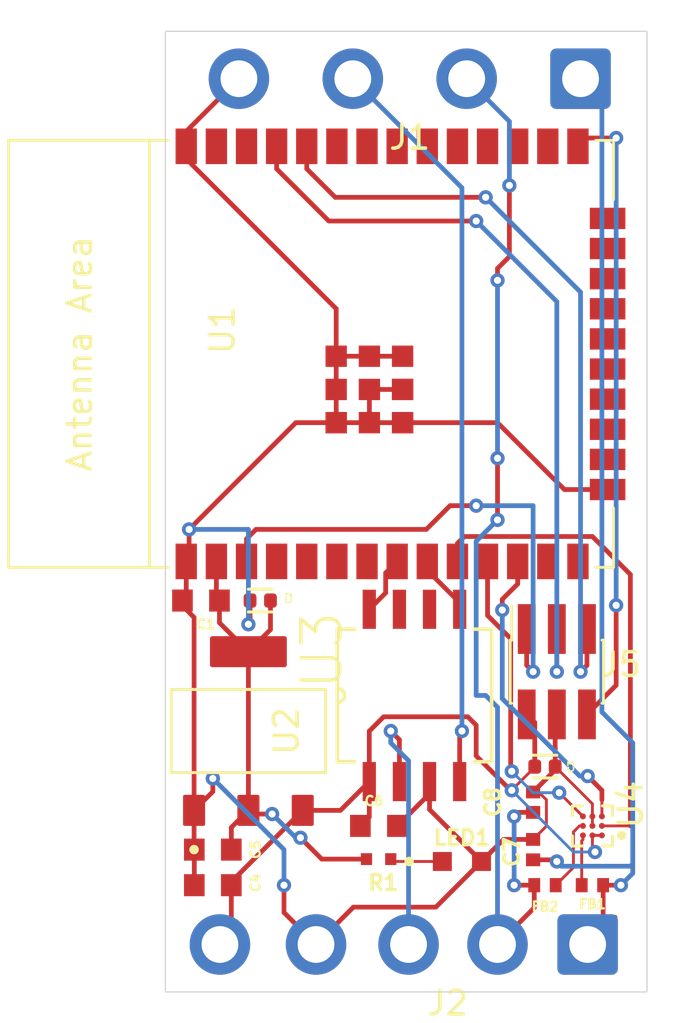
<source format=kicad_pcb>
(kicad_pcb (version 20240108) (generator "pcbnew") (generator_version "8.0")
  (layers (0 "F.Cu" signal) (31 "B.Cu" signal) (34 "B.Paste" user) (35 "F.Paste" user) (36 "B.SilkS" user "B.Silkscreen") (37 "F.SilkS" user "F.Silkscreen") (38 "B.Mask" user) (39 "F.Mask" user) (44 "Edge.Cuts" user))
  (net 0 "")
  (net 1 "GND")
  (net 2 "+3V3")
  (net 3 "+5V")
  (net 4 "/OUTP")
  (net 5 "/OUTN")
  (net 6 "Net-(U4-OUTP)")
  (net 7 "Net-(U4-OUTN)")
  (net 8 "/IO0")
  (net 9 "/EN")
  (net 10 "/RXD0")
  (net 11 "/TXD0")
  (net 12 "/OUTA")
  (net 13 "/OUTB")
  (net 14 "Net-(LED1-A)")
  (net 17 "/IO32")
  (net 31 "/IO26")
  (net 34 "/IO33")
  (net 40 "/IO25")
  (net 43 "/IO27")
  (footprint "10 uF capacitor:CAPC1608X90N" (layer "F.Cu") (at 136.5 112.5)
    (property "Reference" "C6" (at -0.21 -1.05 360) (layer "F.SilkS") (effects (font (size 0.393701 0.393701))))
    (property "Value" "10uF")
    (pad "1" smd rect (at -0.78 0) (size 0.87 0.93) (layers "F.Cu" "F.Paste" "F.Mask") (net 3 "+5V"))
    (pad "2" smd rect (at 0.78 0) (size 0.87 0.93) (layers "F.Cu" "F.Paste" "F.Mask") (net 1 "GND"))
  )
  (footprint "100 nF Capacitor:CAPC1005X55N" (layer "F.Cu") (at 143.5 110 180)
    (property "Reference" "C3" (at -1.1 0 90) (layer "F.SilkS") (effects (font (size 0.241854 0.241854))))
    (property "Value" "100nF")
    (fp_line (start 0.5 -0.48) (end -0.5 -0.48) (stroke (width 0.127)) (layer "F.SilkS"))
    (fp_line (start -0.5 0.48) (end 0.5 0.48) (stroke (width 0.127)) (layer "F.SilkS"))
    (pad "1" smd roundrect (at -0.43 0 180) (size 0.54 0.6) (layers "F.Cu" "F.Paste" "F.Mask") (roundrect_rratio 0.265) (net 1 "GND"))
    (pad "2" smd roundrect (at 0.43 0 180) (size 0.54 0.6) (layers "F.Cu" "F.Paste" "F.Mask") (roundrect_rratio 0.265) (net 3 "+5V"))
  )
  (footprint "10 uF capacitor:CAPC1608X90N" (layer "F.Cu") (at 129.5 113.5)
    (property "Reference" "C5" (at 1.8 0 90) (layer "F.SilkS") (effects (font (size 0.393701 0.393701) (thickness 0.098425))))
    (property "Value" "10uF")
    (pad "1" smd rect (at -0.78 0) (size 0.87 0.93) (layers "F.Cu" "F.Paste" "F.Mask") (net 1 "GND"))
    (pad "2" smd rect (at 0.78 0) (size 0.87 0.93) (layers "F.Cu" "F.Paste" "F.Mask") (net 2 "+3V3"))
  )
  (footprint "5-1-ohm-resistor:RES_ERJ2RKF5101X" (layer "F.Cu") (at 136.488 113.9 180)
    (property "Reference" "R1" (at -0.2 -1 0) (layer "F.SilkS") (effects (font (size 0.64 0.64))))
    (property "Value" "5.1kΩ")
    (pad "1" smd rect (at -0.512 0 180) (size 0.475 0.5) (layers "F.Cu" "F.Paste" "F.Mask") (net 14 "Net-(LED1-A)"))
    (pad "2" smd rect (at 0.512 0 180) (size 0.475 0.5) (layers "F.Cu" "F.Paste" "F.Mask") (net 2 "+3V3"))
  )
  (footprint "customlibrary:SolderWire-0.75sqmm_1x05_P4.8mm_D1.25mm_OD2.3mm" (layer "F.Cu") (at 149 117.5 180)
    (property "Reference" "J2" (at 9.6 -2.47 360) (layer "F.SilkS"))
    (property "Value" "Conn_01x05_Pin")
    (pad "1" thru_hole roundrect (at 3.7 0 180) (size 2.55 2.55) (drill 1.55) (layers "*.Cu" "*.Mask") (roundrect_rratio 0.098039) (net 4 "/OUTP"))
    (pad "2" thru_hole circle (at 7.5 0 180) (size 2.55 2.55) (drill 1.55) (layers "*.Cu" "*.Mask") (net 5 "/OUTN"))
    (pad "3" thru_hole circle (at 11.25 0 180) (size 2.55 2.55) (drill 1.55) (layers "*.Cu" "*.Mask") (net 13 "/OUTB"))
    (pad "4" thru_hole circle (at 15.15 0 180) (size 2.55 2.55) (drill 1.55) (layers "*.Cu" "*.Mask") (net 1 "GND"))
    (pad "5" thru_hole circle (at 19.2 0 180) (size 2.55 2.55) (drill 1.55) (layers "*.Cu" "*.Mask") (net 3 "+5V"))
  )
  (footprint "MAX98357AEWL_T:BGA9N40P3X3_134X143X69N" (layer "F.Cu") (at 145.5 112.5 180)
    (property "Reference" "U4" (at -1.6 0.9 90) (layer "F.SilkS"))
    (property "Value" "MAX98357AEWL_T")
    (fp_line (start 0.845 0.845) (end 0.845 0.4225) (stroke (width 0.127)) (layer "F.SilkS"))
    (fp_line (start 0.845 0.845) (end 0.4225 0.845) (stroke (width 0.127)) (layer "F.SilkS"))
    (fp_line (start 0.845 -0.845) (end 0.845 -0.4225) (stroke (width 0.127)) (layer "F.SilkS"))
    (fp_line (start 0.845 -0.845) (end 0.4225 -0.845) (stroke (width 0.127)) (layer "F.SilkS"))
    (fp_line (start -0.845 0.845) (end -0.4225 0.845) (stroke (width 0.127)) (layer "F.SilkS"))
    (fp_line (start -0.845 0.845) (end -0.845 0.4225) (stroke (width 0.127)) (layer "F.SilkS"))
    (fp_line (start -0.845 -0.845) (end -0.4225 -0.845) (stroke (width 0.127)) (layer "F.SilkS"))
    (fp_line (start -0.845 -0.845) (end -0.845 -0.4225) (stroke (width 0.127)) (layer "F.SilkS"))
    (fp_circle (center -1.231 -0.4) (end -1.131 -0.4) (stroke (width 0.2)) (fill none) (layer "F.SilkS"))
    (pad "A1" smd circle (at -0.4 -0.4 180) (size 0.25 0.25) (layers "F.Cu" "F.Paste" "F.Mask") (net 3 "+5V"))
    (pad "A2" smd circle (at 0 -0.4 180) (size 0.25 0.25) (layers "F.Cu" "F.Paste" "F.Mask") (net 3 "+5V"))
    (pad "A3" smd circle (at 0.4 -0.4 180) (size 0.25 0.25) (layers "F.Cu" "F.Paste" "F.Mask") (net 6 "Net-(U4-OUTP)"))
    (pad "B1" smd circle (at -0.4 0 180) (size 0.25 0.25) (layers "F.Cu" "F.Paste" "F.Mask") (net 40 "/IO25"))
    (pad "B2" smd circle (at 0 0 180) (size 0.25 0.25) (layers "F.Cu" "F.Paste" "F.Mask") (net 1 "GND"))
    (pad "B3" smd circle (at 0.4 0 180) (size 0.25 0.25) (layers "F.Cu" "F.Paste" "F.Mask") (net 7 "Net-(U4-OUTN)"))
    (pad "C1" smd circle (at -0.4 0.4 180) (size 0.25 0.25) (layers "F.Cu" "F.Paste" "F.Mask") (net 43 "/IO27"))
    (pad "C2" smd circle (at 0 0.4 180) (size 0.25 0.25) (layers "F.Cu" "F.Paste" "F.Mask") (net 1 "GND"))
    (pad "C3" smd circle (at 0.4 0.4 180) (size 0.25 0.25) (layers "F.Cu" "F.Paste" "F.Mask") (net 31 "/IO26"))
  )
  (footprint "AMS1117-3.3:SOT229P700X180-4N" (layer "F.Cu") (at 131 108.5 90)
    (property "Reference" "U2" (at 0 1.6 90) (layer "F.SilkS"))
    (property "Value" "AMS1117-3.3_C347222")
    (fp_line (start 1.7525 -3.2525) (end 1.7525 3.2525) (stroke (width 0.127)) (layer "F.SilkS"))
    (fp_line (start -1.7525 -3.2525) (end 1.7525 -3.2525) (stroke (width 0.127)) (layer "F.SilkS"))
    (fp_line (start 1.7525 3.2525) (end -1.7525 3.2525) (stroke (width 0.127)) (layer "F.SilkS"))
    (fp_line (start -1.7525 3.2525) (end -1.7525 -3.2525) (stroke (width 0.127)) (layer "F.SilkS"))
    (fp_circle (center -5 -2.29) (end -4.9 -2.29) (stroke (width 0.2)) (fill none) (layer "F.SilkS"))
    (pad "1" smd roundrect (at -3.345 -2.29 90) (size 1.31 0.93) (layers "F.Cu" "F.Paste" "F.Mask") (roundrect_rratio 0.075) (net 1 "GND"))
    (pad "2" smd roundrect (at -3.345 0 90) (size 1.31 0.93) (layers "F.Cu" "F.Paste" "F.Mask") (roundrect_rratio 0.075) (net 2 "+3V3"))
    (pad "3" smd roundrect (at -3.345 2.29 90) (size 1.31 0.93) (layers "F.Cu" "F.Paste" "F.Mask") (roundrect_rratio 0.075) (net 3 "+5V"))
    (pad "4" smd roundrect (at 3.345 0 90) (size 1.31 3.24) (layers "F.Cu" "F.Paste" "F.Mask") (roundrect_rratio 0.075) (net 2 "+3V3"))
  )
  (footprint "22uF capacitor:CAPC1608X90N" (layer "F.Cu") (at 129 103)
    (property "Reference" "C1" (at 0.2 1 0) (layer "F.SilkS") (effects (font (size 0.393701 0.393701))))
    (property "Value" "22uF")
    (pad "1" smd rect (at -0.78 0) (size 0.87 0.93) (layers "F.Cu" "F.Paste" "F.Mask") (net 1 "GND"))
    (pad "2" smd rect (at 0.78 0) (size 0.87 0.93) (layers "F.Cu" "F.Paste" "F.Mask") (net 2 "+3V3"))
  )
  (footprint "220pF capacitor:CAPC1005X55N" (layer "F.Cu") (at 143 111.5 90)
    (property "Reference" "C8" (at 0 -1.7 -90) (layer "F.SilkS") (effects (font (size 0.629921 0.629921))))
    (property "Value" "220pF")
    (pad "1" smd rect (at -0.43 0 90) (size 0.54 0.6) (layers "F.Cu" "F.Paste" "F.Mask") (net 5 "/OUTN"))
    (pad "2" smd rect (at 0.43 0 90) (size 0.54 0.6) (layers "F.Cu" "F.Paste" "F.Mask") (net 1 "GND"))
  )
  (footprint "ferrite:0402ferritebead" (layer "F.Cu") (at 143.5 115 180)
    (property "Reference" "FB2" (at 0 -0.9 180) (layer "F.SilkS") (effects (font (size 0.393701 0.393701))))
    (property "Value" "FerriteBead")
    (pad "1" smd rect (at -0.452 0 180) (size 0.5 0.6) (layers "F.Cu" "F.Paste" "F.Mask") (net 7 "Net-(U4-OUTN)"))
    (pad "2" smd rect (at 0.452 0 180) (size 0.5 0.6) (layers "F.Cu" "F.Paste" "F.Mask") (net 5 "/OUTN"))
  )
  (footprint "esp32:ESP32-WROOM-32E" (layer "F.Cu") (at 135.39 92.6 90)
    (property "Reference" "U1" (at 1 -5.49 90) (layer "F.SilkS"))
    (property "Value" "ESP32-WROOM-32E(8MB)")
    (fp_line (start 9 -14.5) (end 9 -7.75) (stroke (width 0.12)) (layer "F.SilkS"))
    (fp_line (start -9 -14.5) (end 9 -14.5) (stroke (width 0.12)) (layer "F.SilkS"))
    (fp_line (start -9 -14.5) (end -9 -7.75) (stroke (width 0.12)) (layer "F.SilkS"))
    (fp_line (start 9 -8.56) (end -9 -8.56) (stroke (width 0.12)) (layer "F.SilkS"))
    (fp_line (start 9 10.25) (end 9 11) (stroke (width 0.12)) (layer "F.SilkS"))
    (fp_line (start -9 10.25) (end -9 11) (stroke (width 0.12)) (layer "F.SilkS"))
    (fp_line (start 9 11) (end 8.25 11) (stroke (width 0.12)) (layer "F.SilkS"))
    (fp_line (start 8.25 11) (end 6.5 11) (stroke (width 0.12)) (layer "F.SilkS"))
    (fp_line (start -8.25 11) (end -6.5 11) (stroke (width 0.12)) (layer "F.SilkS"))
    (fp_line (start -9 11) (end -8.25 11) (stroke (width 0.12)) (layer "F.SilkS"))
    (fp_text user "Antenna Area" (at 0 -11.5 90) (layer "F.SilkS"))
    (pad "1" smd rect (at -8.75 -7.01 90) (size 1.5 0.9) (layers "F.Cu" "F.Paste" "F.Mask") (net 1 "GND"))
    (pad "2" smd rect (at -8.75 -5.74 90) (size 1.5 0.9) (layers "F.Cu" "F.Paste" "F.Mask") (net 2 "+3V3"))
    (pad "3" smd rect (at -8.75 -4.47 90) (size 1.5 0.9) (layers "F.Cu" "F.Paste" "F.Mask") (net 9 "/EN"))
    (pad "4" smd rect (at -8.75 -3.2 90) (size 1.5 0.9) (layers "F.Cu" "F.Paste" "F.Mask"))
    (pad "5" smd rect (at -8.75 -1.93 90) (size 1.5 0.9) (layers "F.Cu" "F.Paste" "F.Mask"))
    (pad "6" smd rect (at -8.75 -0.66 90) (size 1.5 0.9) (layers "F.Cu" "F.Paste" "F.Mask"))
    (pad "7" smd rect (at -8.75 0.61 90) (size 1.5 0.9) (layers "F.Cu" "F.Paste" "F.Mask"))
    (pad "8" smd rect (at -8.75 1.88 90) (size 1.5 0.9) (layers "F.Cu" "F.Paste" "F.Mask") (net 17 "/IO32"))
    (pad "9" smd rect (at -8.75 3.15 90) (size 1.5 0.9) (layers "F.Cu" "F.Paste" "F.Mask") (net 34 "/IO33"))
    (pad "10" smd rect (at -8.75 4.42 90) (size 1.5 0.9) (layers "F.Cu" "F.Paste" "F.Mask") (net 40 "/IO25"))
    (pad "11" smd rect (at -8.75 5.69 90) (size 1.5 0.9) (layers "F.Cu" "F.Paste" "F.Mask") (net 31 "/IO26"))
    (pad "12" smd rect (at -8.75 6.96 90) (size 1.5 0.9) (layers "F.Cu" "F.Paste" "F.Mask") (net 43 "/IO27"))
    (pad "13" smd rect (at -8.75 8.23 90) (size 1.5 0.9) (layers "F.Cu" "F.Paste" "F.Mask"))
    (pad "14" smd rect (at -8.75 9.5 90) (size 1.5 0.9) (layers "F.Cu" "F.Paste" "F.Mask"))
    (pad "15" smd rect (at -5.72 10.75 180) (size 1.5 0.9) (layers "F.Cu" "F.Paste" "F.Mask") (net 1 "GND"))
    (pad "16" smd rect (at -4.45 10.75 180) (size 1.5 0.9) (layers "F.Cu" "F.Paste" "F.Mask"))
    (pad "17" smd rect (at -3.18 10.75 180) (size 1.5 0.9) (layers "F.Cu" "F.Paste" "F.Mask"))
    (pad "18" smd rect (at -1.91 10.75 180) (size 1.5 0.9) (layers "F.Cu" "F.Paste" "F.Mask"))
    (pad "19" smd rect (at -0.64 10.75 180) (size 1.5 0.9) (layers "F.Cu" "F.Paste" "F.Mask"))
    (pad "20" smd rect (at 0.63 10.75 180) (size 1.5 0.9) (layers "F.Cu" "F.Paste" "F.Mask"))
    (pad "21" smd rect (at 1.9 10.75 180) (size 1.5 0.9) (layers "F.Cu" "F.Paste" "F.Mask"))
    (pad "22" smd rect (at 3.17 10.75 180) (size 1.5 0.9) (layers "F.Cu" "F.Paste" "F.Mask"))
    (pad "23" smd rect (at 4.44 10.75 180) (size 1.5 0.9) (layers "F.Cu" "F.Paste" "F.Mask"))
    (pad "24" smd rect (at 5.71 10.75 180) (size 1.5 0.9) (layers "F.Cu" "F.Paste" "F.Mask"))
    (pad "25" smd rect (at 8.75 9.5 270) (size 1.5 0.9) (layers "F.Cu" "F.Paste" "F.Mask") (net 8 "/IO0"))
    (pad "26" smd rect (at 8.75 8.23 270) (size 1.5 0.9) (layers "F.Cu" "F.Paste" "F.Mask"))
    (pad "27" smd rect (at 8.75 6.96 270) (size 1.5 0.9) (layers "F.Cu" "F.Paste" "F.Mask"))
    (pad "28" smd rect (at 8.75 5.69 270) (size 1.5 0.9) (layers "F.Cu" "F.Paste" "F.Mask"))
    (pad "29" smd rect (at 8.75 4.42 270) (size 1.5 0.9) (layers "F.Cu" "F.Paste" "F.Mask"))
    (pad "30" smd rect (at 8.75 3.15 270) (size 1.5 0.9) (layers "F.Cu" "F.Paste" "F.Mask"))
    (pad "31" smd rect (at 8.75 1.88 270) (size 1.5 0.9) (layers "F.Cu" "F.Paste" "F.Mask"))
    (pad "32" smd rect (at 8.75 0.61 270) (size 1.5 0.9) (layers "F.Cu" "F.Paste" "F.Mask"))
    (pad "33" smd rect (at 8.75 -0.66 270) (size 1.5 0.9) (layers "F.Cu" "F.Paste" "F.Mask"))
    (pad "34" smd rect (at 8.75 -1.93 270) (size 1.5 0.9) (layers "F.Cu" "F.Paste" "F.Mask") (net 10 "/RXD0"))
    (pad "35" smd rect (at 8.75 -3.2 270) (size 1.5 0.9) (layers "F.Cu" "F.Paste" "F.Mask") (net 11 "/TXD0"))
    (pad "36" smd rect (at 8.75 -4.47 270) (size 1.5 0.9) (layers "F.Cu" "F.Paste" "F.Mask"))
    (pad "37" smd rect (at 8.75 -5.74 270) (size 1.5 0.9) (layers "F.Cu" "F.Paste" "F.Mask"))
    (pad "38" smd rect (at 8.75 -7.01 270) (size 1.5 0.9) (layers "F.Cu" "F.Paste" "F.Mask") (net 1 "GND"))
    (pad "39" smd rect (at -2.9 -0.69 270) (size 0.9 0.9) (layers "F.Cu" "F.Paste" "F.Mask") (net 1 "GND"))
    (pad "39" smd rect (at -2.9 -0.69 270) (size 0.9 0.9) (layers "F.Cu" "F.Paste" "F.Mask") (net 1 "GND"))
    (pad "39" smd rect (at -2.9 0.71 270) (size 0.9 0.9) (layers "F.Cu" "F.Paste" "F.Mask") (net 1 "GND"))
    (pad "39" smd rect (at -2.9 2.11 270) (size 0.9 0.9) (layers "F.Cu" "F.Paste" "F.Mask") (net 1 "GND"))
    (pad "39" smd rect (at -2.9 2.11 270) (size 0.9 0.9) (layers "F.Cu" "F.Paste" "F.Mask") (net 1 "GND"))
    (pad "39" smd rect (at -1.5 -0.69 270) (size 0.9 0.9) (layers "F.Cu" "F.Paste" "F.Mask") (net 1 "GND"))
    (pad "39" smd rect (at -1.5 0.71 270) (size 0.9 0.9) (layers "F.Cu" "F.Paste" "F.Mask") (net 1 "GND"))
    (pad "39" smd rect (at -1.5 2.11 270) (size 0.9 0.9) (layers "F.Cu" "F.Paste" "F.Mask") (net 1 "GND"))
    (pad "39" smd rect (at -1.5 2.11 270) (size 0.9 0.9) (layers "F.Cu" "F.Paste" "F.Mask") (net 1 "GND"))
    (pad "39" smd rect (at -0.1 -0.69 270) (size 0.9 0.9) (layers "F.Cu" "F.Paste" "F.Mask") (net 1 "GND"))
    (pad "39" smd rect (at -0.1 0.71 270) (size 0.9 0.9) (layers "F.Cu" "F.Paste" "F.Mask") (net 1 "GND"))
    (pad "39" smd rect (at -0.1 2.11 270) (size 0.9 0.9) (layers "F.Cu" "F.Paste" "F.Mask") (net 1 "GND"))
  )
  (footprint "Connector_PinSocket_1.27mm:PinSocket_2x03_P1.27mm_Vertical_SMD" (layer "F.Cu") (at 144 106 90)
    (property "Reference" "J5" (at 0.3 2.7 180) (layer "F.SilkS"))
    (property "Value" "Conn_02x03_Odd_Even")
    (fp_line (start 1.33 -1.965) (end 1.33 -1.905) (stroke (width 0.12)) (layer "F.SilkS"))
    (fp_line (start -1.33 -1.965) (end 1.33 -1.965) (stroke (width 0.12)) (layer "F.SilkS"))
    (fp_line (start -1.33 -1.965) (end -1.33 -1.905) (stroke (width 0.12)) (layer "F.SilkS"))
    (fp_line (start 1.33 -1.905) (end 2.79 -1.905) (stroke (width 0.12)) (layer "F.SilkS"))
    (fp_line (start 1.33 1.905) (end 1.33 1.965) (stroke (width 0.12)) (layer "F.SilkS"))
    (fp_line (start -1.33 1.905) (end -1.33 1.965) (stroke (width 0.12)) (layer "F.SilkS"))
    (fp_line (start -1.33 1.965) (end 1.33 1.965) (stroke (width 0.12)) (layer "F.SilkS"))
    (pad "1" smd rect (at 1.8 -1.27 90) (size 2.1 0.75) (layers "F.Cu" "F.Paste" "F.Mask") (net 9 "/EN"))
    (pad "2" smd rect (at -1.8 -1.27 90) (size 2.1 0.75) (layers "F.Cu" "F.Paste" "F.Mask") (net 3 "+5V"))
    (pad "3" smd rect (at 1.8 0 90) (size 2.1 0.75) (layers "F.Cu" "F.Paste" "F.Mask") (net 11 "/TXD0"))
    (pad "4" smd rect (at -1.8 0 90) (size 2.1 0.75) (layers "F.Cu" "F.Paste" "F.Mask") (net 1 "GND"))
    (pad "5" smd rect (at 1.8 1.27 90) (size 2.1 0.75) (layers "F.Cu" "F.Paste" "F.Mask") (net 10 "/RXD0"))
    (pad "6" smd rect (at -1.8 1.27 90) (size 2.1 0.75) (layers "F.Cu" "F.Paste" "F.Mask") (net 8 "/IO0"))
  )
  (footprint "100 nF Capacitor:CAPC1005X55N" (layer "F.Cu") (at 131.5 103)
    (property "Reference" "C2" (at 1.2 -0.1 90) (layer "F.SilkS") (effects (font (size 0.241854 0.241854))))
    (property "Value" "100nF")
    (fp_line (start -0.5 0.48) (end 0.5 0.48) (stroke (width 0.127)) (layer "F.SilkS"))
    (fp_line (start 0.5 -0.48) (end -0.5 -0.48) (stroke (width 0.127)) (layer "F.SilkS"))
    (pad "1" smd roundrect (at -0.43 0) (size 0.54 0.6) (layers "F.Cu" "F.Paste" "F.Mask") (roundrect_rratio 0.265) (net 1 "GND"))
    (pad "2" smd roundrect (at 0.43 0) (size 0.54 0.6) (layers "F.Cu" "F.Paste" "F.Mask") (roundrect_rratio 0.265) (net 2 "+3V3"))
  )
  (footprint "Connector_Wire:SolderWire-0.75sqmm_1x04_P4.8mm_D1.25mm_OD2.3mm" (layer "F.Cu") (at 145 81 180)
    (property "Reference" "J1" (at 7.2 -2.47 360) (layer "F.SilkS"))
    (property "Value" "Conn_01x04_Pin")
    (pad "1" thru_hole roundrect (at 0 0 180) (size 2.55 2.55) (drill 1.55) (layers "*.Cu" "*.Mask") (roundrect_rratio 0.098039) (net 4 "/OUTP"))
    (pad "2" thru_hole circle (at 4.8 0 180) (size 2.55 2.55) (drill 1.55) (layers "*.Cu" "*.Mask") (net 5 "/OUTN"))
    (pad "3" thru_hole circle (at 9.6 0 180) (size 2.55 2.55) (drill 1.55) (layers "*.Cu" "*.Mask") (net 12 "/OUTA"))
    (pad "4" thru_hole circle (at 14.4 0 180) (size 2.55 2.55) (drill 1.55) (layers "*.Cu" "*.Mask") (net 1 "GND"))
  )
  (footprint "220pF capacitor:CAPC1005X55N" (layer "F.Cu") (at 143 113.5 90)
    (property "Reference" "C7" (at -0.1 -0.9 90) (layer "F.SilkS") (effects (font (size 0.629921 0.629921))))
    (property "Value" "220pF")
    (pad "1" smd rect (at -0.43 0 90) (size 0.54 0.6) (layers "F.Cu" "F.Paste" "F.Mask") (net 4 "/OUTP"))
    (pad "2" smd rect (at 0.43 0 90) (size 0.54 0.6) (layers "F.Cu" "F.Paste" "F.Mask") (net 1 "GND"))
  )
  (footprint "KP-1608SURCK:LED_KP-1608SURCK" (layer "F.Cu") (at 140 114)
    (property "Reference" "LED1" (at 0 -1 0) (layer "F.SilkS") (effects (font (size 0.64 0.64))))
    (property "Value" "0805G (Green)")
    (fp_circle (center -2.225 0) (end -2.125 0) (stroke (width 0.2)) (fill none) (layer "F.SilkS"))
    (pad "1" smd rect (at 0.825 0) (size 0.8 0.8) (layers "F.Cu" "F.Paste" "F.Mask") (net 1 "GND"))
    (pad "2" smd rect (at -0.825 0) (size 0.8 0.8) (layers "F.Cu" "F.Paste" "F.Mask") (net 14 "Net-(LED1-A)"))
  )
  (footprint "10 uF capacitor:CAPC1608X90N" (layer "F.Cu") (at 129.5 115)
    (property "Reference" "C4" (at 1.8 -0.1 90) (layer "F.SilkS") (effects (font (size 0.393701 0.393701))))
    (property "Value" "10uF")
    (pad "1" smd rect (at -0.78 0) (size 0.87 0.93) (layers "F.Cu" "F.Paste" "F.Mask") (net 1 "GND"))
    (pad "2" smd rect (at 0.78 0) (size 0.87 0.93) (layers "F.Cu" "F.Paste" "F.Mask") (net 3 "+5V"))
  )
  (footprint "ferrite:0402ferritebead" (layer "F.Cu") (at 145.5 115)
    (property "Reference" "FB1" (at 0 0.8 0) (layer "F.SilkS") (effects (font (size 0.393701 0.393701))))
    (property "Value" "FerriteBead")
    (pad "1" smd rect (at -0.452 0) (size 0.5 0.6) (layers "F.Cu" "F.Paste" "F.Mask") (net 6 "Net-(U4-OUTP)"))
    (pad "2" smd rect (at 0.452 0) (size 0.5 0.6) (layers "F.Cu" "F.Paste" "F.Mask") (net 4 "/OUTP"))
  )
  (footprint "motor_driver:SOP127P780X200-8N" (layer "F.Cu") (at 138 107 90)
    (property "Reference" "U3" (at 1.9 -3.9 -90) (layer "F.SilkS") (effects (font (size 1.641504 1.641504))))
    (property "Value" "GR6205-SOP-8")
    (fp_line (start 2.794 -3.2512) (end 0.3048 -3.2512) (stroke (width 0.1524)) (layer "F.SilkS"))
    (fp_line (start 0.3048 -3.2512) (end -0.3048 -3.2512) (stroke (width 0.1524)) (layer "F.SilkS"))
    (fp_line (start -0.3048 -3.2512) (end -2.794 -3.2512) (stroke (width 0.1524)) (layer "F.SilkS"))
    (fp_line (start -2.794 -3.2512) (end -2.794 -2.5146) (stroke (width 0.1524)) (layer "F.SilkS"))
    (fp_line (start 2.794 -2.5146) (end 2.794 -3.2512) (stroke (width 0.1524)) (layer "F.SilkS"))
    (fp_line (start -2.794 2.5146) (end -2.794 3.2512) (stroke (width 0.1524)) (layer "F.SilkS"))
    (fp_line (start 2.794 3.2512) (end 2.794 2.5146) (stroke (width 0.1524)) (layer "F.SilkS"))
    (fp_line (start -2.794 3.2512) (end 2.794 3.2512) (stroke (width 0.1524)) (layer "F.SilkS"))
    (fp_arc (start 0.3048 -3.2512) (mid 0 -2.9464) (end -0.3048 -3.2512) (stroke (width 0.1524)) (layer "F.SilkS"))
    (pad "1" smd rect (at -3.6322 -1.905 90) (size 1.651 0.5588) (layers "F.Cu" "F.Paste" "F.Mask") (net 3 "+5V"))
    (pad "2" smd rect (at -3.6322 -0.635 90) (size 1.651 0.5588) (layers "F.Cu" "F.Paste" "F.Mask") (net 13 "/OUTB"))
    (pad "3" smd rect (at -3.6322 0.635 90) (size 1.651 0.5588) (layers "F.Cu" "F.Paste" "F.Mask") (net 1 "GND"))
    (pad "4" smd rect (at -3.6322 1.905 90) (size 1.651 0.5588) (layers "F.Cu" "F.Paste" "F.Mask") (net 12 "/OUTA"))
    (pad "5" smd rect (at 3.6322 1.905 90) (size 1.651 0.5588) (layers "F.Cu" "F.Paste" "F.Mask") (net 34 "/IO33"))
    (pad "6" smd rect (at 3.6322 0.635 90) (size 1.651 0.5588) (layers "F.Cu" "F.Paste" "F.Mask"))
    (pad "7" smd rect (at 3.6322 -0.635 90) (size 1.651 0.5588) (layers "F.Cu" "F.Paste" "F.Mask"))
    (pad "8" smd rect (at 3.6322 -1.905 90) (size 1.651 0.5588) (layers "F.Cu" "F.Paste" "F.Mask") (net 17 "/IO32"))
  )
  (gr_rect (start 127.5 79) (end 147.8 119.5) (stroke (width 0.05)) (fill none) (layer "Edge.Cuts"))
  (segment (start 137.5 95.5) (end 136.1 95.5) (width 0.2) (layer "F.Cu") (net 1))
  (segment (start 133.85 117.5) (end 132.5 116.15) (width 0.2) (layer "F.Cu") (net 1))
  (segment (start 134.7 90.7) (end 134.7 92.7) (width 0.2) (layer "F.Cu") (net 1))
  (segment (start 143.23 111.07) (end 143.56 111.4) (width 0.12) (layer "F.Cu") (net 1))
  (segment (start 136.1 94.1) (end 136.1 95.5) (width 0.2) (layer "F.Cu") (net 1))
  (segment (start 141.755 113.07) (end 140.825 114) (width 0.2) (layer "F.Cu") (net 1))
  (segment (start 131.07 103) (end 131.07 103.93) (width 0.2) (layer "F.Cu") (net 1))
  (segment (start 129.5 110.5) (end 129.5 111.055) (width 0.2) (layer "F.Cu") (net 1))
  (segment (start 138.9 115.925) (end 140.825 114) (width 0.2) (layer "F.Cu") (net 1))
  (segment (start 134.7 92.7) (end 134.7 94.1) (width 0.2) (layer "F.Cu") (net 1))
  (segment (start 138.635 111.81) (end 138.635 110.6322) (width 0.2) (layer "F.Cu") (net 1))
  (segment (start 143.93 107.87) (end 144 107.8) (width 0.2) (layer "F.Cu") (net 1))
  (segment (start 128.38 83.22) (end 128.38 83.85) (width 0.2) (layer "F.Cu") (net 1))
  (segment (start 137.5 92.7) (end 136.1 92.7) (width 0.2) (layer "F.Cu") (net 1))
  (segment (start 134.7 95.5) (end 136.1 95.5) (width 0.2) (layer "F.Cu") (net 1))
  (segment (start 128.38 102.84) (end 128.22 103) (width 0.2) (layer "F.Cu") (net 1))
  (segment (start 131.07 103.93) (end 131 104) (width 0.2) (layer "F.Cu") (net 1))
  (segment (start 143.56 112.51) (end 143 113.07) (width 0.12) (layer "F.Cu") (net 1))
  (segment (start 128.38 101.35) (end 128.38 102.84) (width 0.2) (layer "F.Cu") (net 1))
  (segment (start 136.1 94.1) (end 137.5 94.1) (width 0.2) (layer "F.Cu") (net 1))
  (segment (start 128.71 111.845) (end 128.71 113.49) (width 0.2) (layer "F.Cu") (net 1))
  (segment (start 143.56 111.4) (end 143.56 112.51) (width 0.12) (layer "F.Cu") (net 1))
  (segment (start 134.7 94.1) (end 134.7 95.5) (width 0.2) (layer "F.Cu") (net 1))
  (segment (start 137.28 112.5) (end 138.635 111.145) (width 0.2) (layer "F.Cu") (net 1))
  (segment (start 141.5 95.5) (end 144.32 98.32) (width 0.2) (layer "F.Cu") (net 1))
  (segment (start 129.5 111.055) (end 128.71 111.845) (width 0.2) (layer "F.Cu") (net 1))
  (segment (start 143.93 110.14) (end 143.93 110) (width 0.2) (layer "F.Cu") (net 1))
  (segment (start 128.22 103.22) (end 128.71 103.71) (width 0.2) (layer "F.Cu") (net 1))
  (segment (start 132.5 116.15) (end 132.5 115) (width 0.2) (layer "F.Cu") (net 1))
  (segment (start 128.71 113.49) (end 128.72 113.5) (width 0.2) (layer "F.Cu") (net 1))
  (segment (start 145.5 112.1) (end 145.5 111.57) (width 0.12) (layer "F.Cu") (net 1))
  (segment (start 128.72 113.5) (end 128.72 115) (width 0.2) (layer "F.Cu") (net 1))
  (segment (start 128.38 84.38) (end 134.7 90.7) (width 0.2) (layer "F.Cu") (net 1))
  (segment (start 141.5 95.5) (end 137.5 95.5) (width 0.2) (layer "F.Cu") (net 1))
  (segment (start 138.635 111.145) (end 138.635 110.6322) (width 0.2) (layer "F.Cu") (net 1))
  (segment (start 144.32 98.32) (end 146.14 98.32) (width 0.2) (layer "F.Cu") (net 1))
  (segment (start 128.5 101.23) (end 128.38 101.35) (width 0.2) (layer "F.Cu") (net 1))
  (segment (start 143 111.07) (end 143.93 110.14) (width 0.2) (layer "F.Cu") (net 1))
  (segment (start 133 95.5) (end 128.5 100) (width 0.2) (layer "F.Cu") (net 1))
  (segment (start 128.22 103) (end 128.22 103.22) (width 0.2) (layer "F.Cu") (net 1))
  (segment (start 133.85 117.5) (end 135.425 115.925) (width 0.2) (layer "F.Cu") (net 1))
  (segment (start 134.7 95.5) (end 133 95.5) (width 0.2) (layer "F.Cu") (net 1))
  (segment (start 145.5 112.1) (end 145.5 112.5) (width 0.12) (layer "F.Cu") (net 1))
  (segment (start 130.6 81) (end 128.38 83.22) (width 0.2) (layer "F.Cu") (net 1))
  (segment (start 143.93 110) (end 143.93 107.87) (width 0.2) (layer "F.Cu") (net 1))
  (segment (start 128.38 83.85) (end 128.38 84.38) (width 0.2) (layer "F.Cu") (net 1))
  (segment (start 135.425 115.925) (end 138.9 115.925) (width 0.2) (layer "F.Cu") (net 1))
  (segment (start 134.7 92.7) (end 136.1 92.7) (width 0.2) (layer "F.Cu") (net 1))
  (segment (start 143 113.07) (end 141.755 113.07) (width 0.2) (layer "F.Cu") (net 1))
  (segment (start 128.71 103.71) (end 128.71 111.845) (width 0.2) (layer "F.Cu") (net 1))
  (segment (start 128.5 100) (end 128.5 101.23) (width 0.2) (layer "F.Cu") (net 1))
  (segment (start 143 111.07) (end 143.23 111.07) (width 0.12) (layer "F.Cu") (net 1))
  (segment (start 140.825 114) (end 138.635 111.81) (width 0.2) (layer "F.Cu") (net 1))
  (segment (start 145.5 111.57) (end 143.93 110) (width 0.12) (layer "F.Cu") (net 1))
  (via (at 131 104) (size 0.6) (drill 0.3) (layers "F.Cu" "B.Cu") (net 1))
  (via (at 128.5 100) (size 0.6) (drill 0.3) (layers "F.Cu" "B.Cu") (net 1))
  (via (at 129.5 110.5) (size 0.6) (drill 0.3) (layers "F.Cu" "B.Cu") (net 1))
  (via (at 132.5 115) (size 0.6) (drill 0.3) (layers "F.Cu" "B.Cu") (net 1))
  (segment (start 132.5 115) (end 132.5 113.5) (width 0.2) (layer "B.Cu") (net 1))
  (segment (start 132.5 113.5) (end 129.5 110.5) (width 0.2) (layer "B.Cu") (net 1))
  (segment (start 131 100) (end 128.5 100) (width 0.2) (layer "B.Cu") (net 1))
  (segment (start 131 104) (end 131 100) (width 0.2) (layer "B.Cu") (net 1))
  (segment (start 129.78 103.935) (end 131 105.155) (width 0.2) (layer "F.Cu") (net 2))
  (segment (start 132 112) (end 131.155 112) (width 0.2) (layer "F.Cu") (net 2))
  (segment (start 129.65 102.87) (end 129.78 103) (width 0.2) (layer "F.Cu") (net 2))
  (segment (start 131 105.155) (end 131.93 104.225) (width 0.2) (layer "F.Cu") (net 2))
  (segment (start 130.28 113.5) (end 130.28 112.565) (width 0.2) (layer "F.Cu") (net 2))
  (segment (start 129.78 103) (end 129.78 103.935) (width 0.2) (layer "F.Cu") (net 2))
  (segment (start 131 111.845) (end 131 105.155) (width 0.2) (layer "F.Cu") (net 2))
  (segment (start 130.28 112.565) (end 131 111.845) (width 0.2) (layer "F.Cu") (net 2))
  (segment (start 135.976 113.9) (end 134.092821 113.9) (width 0.2) (layer "F.Cu") (net 2))
  (segment (start 129.65 101.35) (end 129.65 102.87) (width 0.2) (layer "F.Cu") (net 2))
  (segment (start 134.092821 113.9) (end 133.192821 113) (width 0.2) (layer "F.Cu") (net 2))
  (segment (start 131.93 104.225) (end 131.93 103) (width 0.2) (layer "F.Cu") (net 2))
  (segment (start 131.155 112) (end 131 111.845) (width 0.2) (layer "F.Cu") (net 2))
  (via (at 133.192821 113) (size 0.6) (drill 0.3) (layers "F.Cu" "B.Cu") (net 2))
  (via (at 132 112) (size 0.6) (drill 0.3) (layers "F.Cu" "B.Cu") (net 2))
  (segment (start 133 113) (end 132 112) (width 0.2) (layer "B.Cu") (net 2))
  (segment (start 133.192821 113) (end 133 113) (width 0.2) (layer "B.Cu") (net 2))
  (segment (start 142.099999 111.000002) (end 142.051473 111.000002) (width 0.2) (layer "F.Cu") (net 3))
  (segment (start 136.095 112.125) (end 135.72 112.5) (width 0.2) (layer "F.Cu") (net 3))
  (segment (start 140.248529 107.9) (end 136.7 107.9) (width 0.2) (layer "F.Cu") (net 3))
  (segment (start 130.28 114.855) (end 133.29 111.845) (width 0.2) (layer "F.Cu") (net 3))
  (segment (start 140.6 108.251471) (end 140.248529 107.9) (width 0.2) (layer "F.Cu") (net 3))
  (segment (start 142.19196 110.9) (end 143.07 110.02196) (width 0.12) (layer "F.Cu") (net 3))
  (segment (start 145.9 112.9) (end 145.5 112.9) (width 0.12) (layer "F.Cu") (net 3))
  (segment (start 136.7 107.9) (end 136.095 108.505) (width 0.2) (layer "F.Cu") (net 3))
  (segment (start 134.8822 111.845) (end 136.095 110.6322) (width 0.2) (layer "F.Cu") (net 3))
  (segment (start 142.1 111.000001) (end 142.1 110.9) (width 0.2) (layer "F.Cu") (net 3))
  (segment (start 136.095 110.6322) (end 136.095 112.125) (width 0.2) (layer "F.Cu") (net 3))
  (segment (start 143.07 110) (end 143.07 108.14) (width 0.2) (layer "F.Cu") (net 3))
  (segment (start 136.095 108.505) (end 136.095 110.6322) (width 0.2) (layer "F.Cu") (net 3))
  (segment (start 142.1 110.9) (end 142.19196 110.9) (width 0.12) (layer "F.Cu") (net 3))
  (segment (start 145.5 112.9) (end 145.5 113.492) (width 0.12) (layer "F.Cu") (net 3))
  (segment (start 142.051473 111.000002) (end 140.6 109.548529) (width 0.2) (layer "F.Cu") (net 3))
  (segment (start 133.29 111.845) (end 134.8822 111.845) (width 0.2) (layer "F.Cu") (net 3))
  (segment (start 143.07 108.14) (end 142.73 107.8) (width 0.2) (layer "F.Cu") (net 3))
  (segment (start 145.5 113.492) (end 145.608 113.6) (width 0.12) (layer "F.Cu") (net 3))
  (segment (start 130.28 117.02) (end 129.8 117.5) (width 0.2) (layer "F.Cu") (net 3))
  (segment (start 140.6 109.548529) (end 140.6 108.251471) (width 0.2) (layer "F.Cu") (net 3))
  (segment (start 143.07 110.02196) (end 143.07 110) (width 0.12) (layer "F.Cu") (net 3))
  (segment (start 130.28 115) (end 130.28 117.02) (width 0.2) (layer "F.Cu") (net 3))
  (segment (start 142.099999 111.000002) (end 142.1 111.000001) (width 0.2) (layer "F.Cu") (net 3))
  (segment (start 130.28 115) (end 130.28 114.855) (width 0.2) (layer "F.Cu") (net 3))
  (via (at 145.608 113.6) (size 0.6) (drill 0.3) (layers "F.Cu" "B.Cu") (net 3))
  (via (at 142.099999 111.000002) (size 0.6) (drill 0.3) (layers "F.Cu" "B.Cu") (net 3))
  (segment (start 144.699997 113.6) (end 145.608 113.6) (width 0.12) (layer "B.Cu") (net 3))
  (segment (start 142.099999 111.000002) (end 144.699997 113.6) (width 0.12) (layer "B.Cu") (net 3))
  (segment (start 143.93 113.93) (end 144 114) (width 0.2) (layer "F.Cu") (net 4))
  (segment (start 145.952 115) (end 146.7 115) (width 0.2) (layer "F.Cu") (net 4))
  (segment (start 145.3 117.5) (end 146.452 116.348) (width 0.2) (layer "F.Cu") (net 4))
  (segment (start 145.3 117.5) (end 145.952 116.848) (width 0.2) (layer "F.Cu") (net 4))
  (segment (start 143 113.93) (end 143.93 113.93) (width 0.2) (layer "F.Cu") (net 4))
  (segment (start 145.952 116.848) (end 145.952 115) (width 0.2) (layer "F.Cu") (net 4))
  (via (at 144 114) (size 0.6) (drill 0.3) (layers "F.Cu" "B.Cu") (net 4))
  (via (at 146.7 115) (size 0.6) (drill 0.3) (layers "F.Cu" "B.Cu") (net 4))
  (segment (start 147.1 114.2) (end 147.2 114.1) (width 0.2) (layer "B.Cu") (net 4))
  (segment (start 145.9 107.7) (end 145.9 81.9) (width 0.2) (layer "B.Cu") (net 4))
  (segment (start 144.2 114.2) (end 147.1 114.2) (width 0.2) (layer "B.Cu") (net 4))
  (segment (start 147.2 114.5) (end 147.2 114.1) (width 0.2) (layer "B.Cu") (net 4))
  (segment (start 144 114) (end 144.2 114.2) (width 0.2) (layer "B.Cu") (net 4))
  (segment (start 147.2 109) (end 145.9 107.7) (width 0.2) (layer "B.Cu") (net 4))
  (segment (start 146.7 115) (end 147.2 114.5) (width 0.2) (layer "B.Cu") (net 4))
  (segment (start 145.9 81.9) (end 145 81) (width 0.2) (layer "B.Cu") (net 4))
  (segment (start 147.2 114.1) (end 147.2 109) (width 0.2) (layer "B.Cu") (net 4))
  (segment (start 143 111.93) (end 142.37 111.93) (width 0.2) (layer "F.Cu") (net 5))
  (segment (start 142.37 111.93) (end 142.2 112.1) (width 0.2) (layer "F.Cu") (net 5))
  (segment (start 141.5 89.5) (end 141.5 89) (width 0.2) (layer "F.Cu") (net 5))
  (segment (start 141.5 117.5) (end 143.048 115.952) (width 0.2) (layer "F.Cu") (net 5))
  (segment (start 142 88.5) (end 142 85.5) (width 0.2) (layer "F.Cu") (net 5))
  (segment (start 143.048 115.952) (end 143.048 115) (width 0.2) (layer "F.Cu") (net 5))
  (segment (start 142.2 115) (end 143.048 115) (width 0.2) (layer "F.Cu") (net 5))
  (segment (start 141.5 99.6) (end 141.5 97) (width 0.2) (layer "F.Cu") (net 5))
  (segment (start 141.5 89) (end 142 88.5) (width 0.2) (layer "F.Cu") (net 5))
  (via (at 142 85.5) (size 0.6) (drill 0.3) (layers "F.Cu" "B.Cu") (net 5))
  (via (at 142.2 112.1) (size 0.6) (drill 0.3) (layers "F.Cu" "B.Cu") (net 5))
  (via (at 142.2 115) (size 0.6) (drill 0.3) (layers "F.Cu" "B.Cu") (net 5))
  (via (at 141.5 97) (size 0.6) (drill 0.3) (layers "F.Cu" "B.Cu") (net 5))
  (via (at 141.5 99.6) (size 0.6) (drill 0.3) (layers "F.Cu" "B.Cu") (net 5))
  (via (at 141.5 89.5) (size 0.6) (drill 0.3) (layers "F.Cu" "B.Cu") (net 5))
  (segment (start 140.6 100.5) (end 141.5 99.6) (width 0.2) (layer "B.Cu") (net 5))
  (segment (start 140.6 107) (end 140.6 100.5) (width 0.2) (layer "B.Cu") (net 5))
  (segment (start 141 107) (end 141.5 107.5) (width 0.2) (layer "B.Cu") (net 5))
  (segment (start 141.5 107.5) (end 141.5 117.5) (width 0.2) (layer "B.Cu") (net 5))
  (segment (start 142 85.5) (end 142 82.8) (width 0.2) (layer "B.Cu") (net 5))
  (segment (start 141.5 97) (end 141.5 89.5) (width 0.2) (layer "B.Cu") (net 5))
  (segment (start 142.2 112.1) (end 142.2 115) (width 0.2) (layer "B.Cu") (net 5))
  (segment (start 140.6 107) (end 141 107) (width 0.2) (layer "B.Cu") (net 5))
  (segment (start 142 82.8) (end 140.2 81) (width 0.2) (layer "B.Cu") (net 5))
  (segment (start 145.1 112.9) (end 145.1 113.076776) (width 0.12) (layer "F.Cu") (net 6))
  (segment (start 145.1 113.076776) (end 145.048 113.128776) (width 0.12) (layer "F.Cu") (net 6))
  (segment (start 145.048 113.128776) (end 145.048 115) (width 0.12) (layer "F.Cu") (net 6))
  (segment (start 144.955527 112.5) (end 144.7 112.755527) (width 0.12) (layer "F.Cu") (net 7))
  (segment (start 144.7 112.755527) (end 144.7 114.252) (width 0.12) (layer "F.Cu") (net 7))
  (segment (start 145.1 112.5) (end 144.955527 112.5) (width 0.12) (layer "F.Cu") (net 7))
  (segment (start 144.7 114.252) (end 143.952 115) (width 0.12) (layer "F.Cu") (net 7))
  (segment (start 145.24 83.5) (end 144.89 83.85) (width 0.2) (layer "F.Cu") (net 8))
  (segment (start 146.5 106.57) (end 145.27 107.8) (width 0.2) (layer "F.Cu") (net 8))
  (segment (start 146.5 103.2) (end 146.5 106.57) (width 0.2) (layer "F.Cu") (net 8))
  (segment (start 146.5 83.5) (end 145.24 83.5) (width 0.2) (layer "F.Cu") (net 8))
  (via (at 146.5 103.2) (size 0.6) (drill 0.3) (layers "F.Cu" "B.Cu") (net 8))
  (via (at 146.5 83.5) (size 0.6) (drill 0.3) (layers "F.Cu" "B.Cu") (net 8))
  (segment (start 146.5 103.2) (end 146.5 83.5) (width 0.2) (layer "B.Cu") (net 8))
  (segment (start 139.5 99) (end 138.5 100) (width 0.2) (layer "F.Cu") (net 9))
  (segment (start 131.32 100) (end 130.92 100.4) (width 0.2) (layer "F.Cu") (net 9))
  (segment (start 138.5 100) (end 131.32 100) (width 0.2) (layer "F.Cu") (net 9))
  (segment (start 142.73 105.73) (end 143 106) (width 0.2) (layer "F.Cu") (net 9))
  (segment (start 142.73 104.2) (end 142.73 105.73) (width 0.2) (layer "F.Cu") (net 9))
  (segment (start 130.92 100.4) (end 130.92 101.35) (width 0.2) (layer "F.Cu") (net 9))
  (segment (start 140.6 99) (end 139.5 99) (width 0.2) (layer "F.Cu") (net 9))
  (via (at 140.6 99) (size 0.6) (drill 0.3) (layers "F.Cu" "B.Cu") (net 9))
  (via (at 143 106) (size 0.6) (drill 0.3) (layers "F.Cu" "B.Cu") (net 9))
  (segment (start 143 106) (end 143 99) (width 0.2) (layer "B.Cu") (net 9))
  (segment (start 143 99) (end 140.6 99) (width 0.2) (layer "B.Cu") (net 9))
  (segment (start 133.46 84.8) (end 133.46 83.85) (width 0.2) (layer "F.Cu") (net 10))
  (segment (start 141 86) (end 134.66 86) (width 0.2) (layer "F.Cu") (net 10))
  (segment (start 134.66 86) (end 133.46 84.8) (width 0.2) (layer "F.Cu") (net 10))
  (segment (start 145.27 104.2) (end 145.27 105.73) (width 0.2) (layer "F.Cu") (net 10))
  (segment (start 145.27 105.73) (end 145 106) (width 0.2) (layer "F.Cu") (net 10))
  (via (at 141 86) (size 0.6) (drill 0.3) (layers "F.Cu" "B.Cu") (net 10))
  (via (at 145 106) (size 0.6) (drill 0.3) (layers "F.Cu" "B.Cu") (net 10))
  (segment (start 145 90) (end 141 86) (width 0.2) (layer "B.Cu") (net 10))
  (segment (start 145 106) (end 145 90) (width 0.2) (layer "B.Cu") (net 10))
  (segment (start 134.39 87) (end 132.19 84.8) (width 0.2) (layer "F.Cu") (net 11))
  (segment (start 132.19 84.8) (end 132.19 83.85) (width 0.2) (layer "F.Cu") (net 11))
  (segment (start 140.6 87) (end 134.39 87) (width 0.2) (layer "F.Cu") (net 11))
  (segment (start 144 104.2) (end 144 106) (width 0.2) (layer "F.Cu") (net 11))
  (via (at 140.6 87) (size 0.6) (drill 0.3) (layers "F.Cu" "B.Cu") (net 11))
  (via (at 144 106) (size 0.6) (drill 0.3) (layers "F.Cu" "B.Cu") (net 11))
  (segment (start 144 90.4) (end 140.6 87) (width 0.2) (layer "B.Cu") (net 11))
  (segment (start 144 106) (end 144 90.4) (width 0.2) (layer "B.Cu") (net 11))
  (segment (start 139.905 108.595) (end 140 108.5) (width 0.2) (layer "F.Cu") (net 12))
  (segment (start 139.905 110.6322) (end 139.905 108.595) (width 0.2) (layer "F.Cu") (net 12))
  (via (at 140 108.5) (size 0.6) (drill 0.3) (layers "F.Cu" "B.Cu") (net 12))
  (segment (start 140 85.6) (end 135.4 81) (width 0.2) (layer "B.Cu") (net 12))
  (segment (start 140 108.5) (end 140 85.6) (width 0.2) (layer "B.Cu") (net 12))
  (segment (start 137.365 110.6322) (end 137.365 108.865) (width 0.2) (layer "F.Cu") (net 13))
  (segment (start 137.365 108.865) (end 137 108.5) (width 0.2) (layer "F.Cu") (net 13))
  (via (at 137 108.5) (size 0.6) (drill 0.3) (layers "F.Cu" "B.Cu") (net 13))
  (segment (start 137 109) (end 137.75 109.75) (width 0.2) (layer "B.Cu") (net 13))
  (segment (start 137 108.5) (end 137 109) (width 0.2) (layer "B.Cu") (net 13))
  (segment (start 137.75 109.75) (end 137.75 117.5) (width 0.2) (layer "B.Cu") (net 13))
  (segment (start 137.1 114) (end 137 113.9) (width 0.12) (layer "F.Cu") (net 14))
  (segment (start 139.175 114) (end 137.1 114) (width 0.12) (layer "F.Cu") (net 14))
  (segment (start 136.7856 101.8344) (end 137.27 101.35) (width 0.2) (layer "F.Cu") (net 17))
  (segment (start 136.7856 102.6772) (end 136.7856 101.8344) (width 0.2) (layer "F.Cu") (net 17))
  (segment (start 136.095 103.3678) (end 136.7856 102.6772) (width 0.2) (layer "F.Cu") (net 17))
  (segment (start 142.055 104.603529) (end 141.08 103.628529) (width 0.2) (layer "F.Cu") (net 31))
  (segment (start 145.1 112.1) (end 144.1 111.1) (width 0.12) (layer "F.Cu") (net 31))
  (segment (start 141.08 103.628529) (end 141.08 101.35) (width 0.2) (layer "F.Cu") (net 31))
  (segment (start 142.1 110.2) (end 142.055 110.155) (width 0.2) (layer "F.Cu") (net 31))
  (segment (start 142.055 110.155) (end 142.055 104.603529) (width 0.2) (layer "F.Cu") (net 31))
  (via (at 142.1 110.2) (size 0.6) (drill 0.3) (layers "F.Cu" "B.Cu") (net 31))
  (via (at 144.1 111.1) (size 0.6) (drill 0.3) (layers "F.Cu" "B.Cu") (net 31))
  (segment (start 143 111.1) (end 142.1 110.2) (width 0.12) (layer "B.Cu") (net 31))
  (segment (start 144.1 111.1) (end 143 111.1) (width 0.12) (layer "B.Cu") (net 31))
  (segment (start 139.905 103.3678) (end 139.905 103.0873) (width 0.2) (layer "F.Cu") (net 34))
  (segment (start 139.905 103.0873) (end 138.54 101.7223) (width 0.2) (layer "F.Cu") (net 34))
  (segment (start 138.54 101.7223) (end 138.54 101.35) (width 0.2) (layer "F.Cu") (net 34))
  (segment (start 140.1 100.3) (end 139.81 100.59) (width 0.2) (layer "F.Cu") (net 40))
  (segment (start 147.1 112.5) (end 147.1 101.9) (width 0.2) (layer "F.Cu") (net 40))
  (segment (start 145.5 100.3) (end 140.1 100.3) (width 0.2) (layer "F.Cu") (net 40))
  (segment (start 139.81 100.59) (end 139.81 101.35) (width 0.2) (layer "F.Cu") (net 40))
  (segment (start 145.9 112.5) (end 147.1 112.5) (width 0.12) (layer "F.Cu") (net 40))
  (segment (start 147.1 101.9) (end 145.5 100.3) (width 0.2) (layer "F.Cu") (net 40))
  (segment (start 142.35 102.3) (end 142.35 101.35) (width 0.2) (layer "F.Cu") (net 43))
  (segment (start 141.7 102.95) (end 142.35 102.3) (width 0.2) (layer "F.Cu") (net 43))
  (segment (start 145.9 111.4) (end 145.9 111) (width 0.2) (layer "F.Cu") (net 43))
  (segment (start 145.9 112.1) (end 145.9 111.4) (width 0.12) (layer "F.Cu") (net 43))
  (segment (start 145.9 111) (end 145.3 110.4) (width 0.2) (layer "F.Cu") (net 43))
  (segment (start 141.7 103.4) (end 141.7 102.95) (width 0.2) (layer "F.Cu") (net 43))
  (via (at 145.3 110.4) (size 0.6) (drill 0.3) (layers "F.Cu" "B.Cu") (net 43))
  (via (at 141.7 103.4) (size 0.6) (drill 0.3) (layers "F.Cu" "B.Cu") (net 43))
  (segment (start 141.7 107.134314) (end 141.7 103.4) (width 0.2) (layer "B.Cu") (net 43))
  (segment (start 144.965686 110.4) (end 141.7 107.134314) (width 0.2) (layer "B.Cu") (net 43))
  (segment (start 145.3 110.4) (end 144.965686 110.4) (width 0.2) (layer "B.Cu") (net 43))
)
</source>
